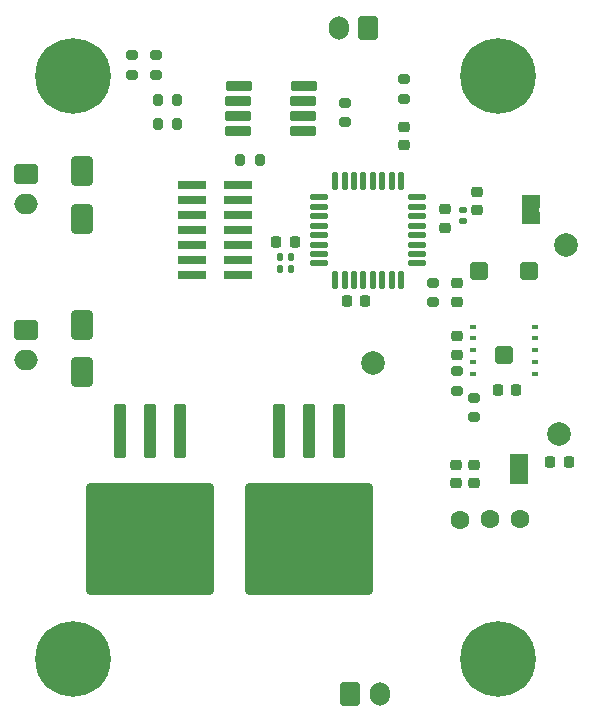
<source format=gbr>
%TF.GenerationSoftware,KiCad,Pcbnew,9.0.4*%
%TF.CreationDate,2025-11-05T17:51:59+01:00*%
%TF.ProjectId,FliperKAd,466c6970-6572-44b4-9164-2e6b69636164,rev?*%
%TF.SameCoordinates,Original*%
%TF.FileFunction,Soldermask,Top*%
%TF.FilePolarity,Negative*%
%FSLAX46Y46*%
G04 Gerber Fmt 4.6, Leading zero omitted, Abs format (unit mm)*
G04 Created by KiCad (PCBNEW 9.0.4) date 2025-11-05 17:51:59*
%MOMM*%
%LPD*%
G01*
G04 APERTURE LIST*
G04 Aperture macros list*
%AMRoundRect*
0 Rectangle with rounded corners*
0 $1 Rounding radius*
0 $2 $3 $4 $5 $6 $7 $8 $9 X,Y pos of 4 corners*
0 Add a 4 corners polygon primitive as box body*
4,1,4,$2,$3,$4,$5,$6,$7,$8,$9,$2,$3,0*
0 Add four circle primitives for the rounded corners*
1,1,$1+$1,$2,$3*
1,1,$1+$1,$4,$5*
1,1,$1+$1,$6,$7*
1,1,$1+$1,$8,$9*
0 Add four rect primitives between the rounded corners*
20,1,$1+$1,$2,$3,$4,$5,0*
20,1,$1+$1,$4,$5,$6,$7,0*
20,1,$1+$1,$6,$7,$8,$9,0*
20,1,$1+$1,$8,$9,$2,$3,0*%
%AMFreePoly0*
4,1,6,1.000000,0.000000,0.500000,-0.750000,-0.500000,-0.750000,-0.500000,0.750000,0.500000,0.750000,1.000000,0.000000,1.000000,0.000000,$1*%
%AMFreePoly1*
4,1,6,0.500000,-0.750000,-0.650000,-0.750000,-0.150000,0.000000,-0.650000,0.750000,0.500000,0.750000,0.500000,-0.750000,0.500000,-0.750000,$1*%
G04 Aperture macros list end*
%ADD10RoundRect,0.250000X-0.300000X2.050000X-0.300000X-2.050000X0.300000X-2.050000X0.300000X2.050000X0*%
%ADD11RoundRect,0.250002X-5.149998X4.449998X-5.149998X-4.449998X5.149998X-4.449998X5.149998X4.449998X0*%
%ADD12RoundRect,0.200000X0.275000X-0.200000X0.275000X0.200000X-0.275000X0.200000X-0.275000X-0.200000X0*%
%ADD13RoundRect,0.225000X-0.250000X0.225000X-0.250000X-0.225000X0.250000X-0.225000X0.250000X0.225000X0*%
%ADD14RoundRect,0.140000X-0.140000X-0.170000X0.140000X-0.170000X0.140000X0.170000X-0.140000X0.170000X0*%
%ADD15C,0.800000*%
%ADD16C,6.400000*%
%ADD17RoundRect,0.225000X0.250000X-0.225000X0.250000X0.225000X-0.250000X0.225000X-0.250000X-0.225000X0*%
%ADD18RoundRect,0.250000X-0.600000X-0.750000X0.600000X-0.750000X0.600000X0.750000X-0.600000X0.750000X0*%
%ADD19O,1.700000X2.000000*%
%ADD20RoundRect,0.218750X-0.256250X0.218750X-0.256250X-0.218750X0.256250X-0.218750X0.256250X0.218750X0*%
%ADD21RoundRect,0.225000X-0.225000X-0.250000X0.225000X-0.250000X0.225000X0.250000X-0.225000X0.250000X0*%
%ADD22RoundRect,0.200000X-0.275000X0.200000X-0.275000X-0.200000X0.275000X-0.200000X0.275000X0.200000X0*%
%ADD23C,2.000000*%
%ADD24RoundRect,0.250000X-0.750000X0.600000X-0.750000X-0.600000X0.750000X-0.600000X0.750000X0.600000X0*%
%ADD25O,2.000000X1.700000*%
%ADD26RoundRect,0.250000X-0.650000X1.000000X-0.650000X-1.000000X0.650000X-1.000000X0.650000X1.000000X0*%
%ADD27FreePoly0,90.000000*%
%ADD28FreePoly1,90.000000*%
%ADD29RoundRect,0.200000X0.200000X0.275000X-0.200000X0.275000X-0.200000X-0.275000X0.200000X-0.275000X0*%
%ADD30RoundRect,0.140000X-0.170000X0.140000X-0.170000X-0.140000X0.170000X-0.140000X0.170000X0.140000X0*%
%ADD31RoundRect,0.218750X0.256250X-0.218750X0.256250X0.218750X-0.256250X0.218750X-0.256250X-0.218750X0*%
%ADD32R,2.400000X0.740000*%
%ADD33RoundRect,0.800000X0.000010X0.000010X-0.000010X0.000010X-0.000010X-0.000010X0.000010X-0.000010X0*%
%ADD34RoundRect,0.125000X0.125000X-0.625000X0.125000X0.625000X-0.125000X0.625000X-0.125000X-0.625000X0*%
%ADD35RoundRect,0.125000X0.625000X-0.125000X0.625000X0.125000X-0.625000X0.125000X-0.625000X-0.125000X0*%
%ADD36RoundRect,0.117000X1.023000X-0.273000X1.023000X0.273000X-1.023000X0.273000X-1.023000X-0.273000X0*%
%ADD37RoundRect,0.200000X-0.200000X-0.275000X0.200000X-0.275000X0.200000X0.275000X-0.200000X0.275000X0*%
%ADD38RoundRect,0.250000X0.600000X0.750000X-0.600000X0.750000X-0.600000X-0.750000X0.600000X-0.750000X0*%
%ADD39RoundRect,0.060000X0.190000X-0.140000X0.190000X0.140000X-0.190000X0.140000X-0.190000X-0.140000X0*%
%ADD40RoundRect,0.225000X0.525000X-0.525000X0.525000X0.525000X-0.525000X0.525000X-0.525000X-0.525000X0*%
%ADD41RoundRect,0.225000X0.225000X0.250000X-0.225000X0.250000X-0.225000X-0.250000X0.225000X-0.250000X0*%
G04 APERTURE END LIST*
%TO.C,JP2*%
G36*
X222050000Y-101425000D02*
G01*
X223550000Y-101425000D01*
X223550000Y-98975000D01*
X222050000Y-98975000D01*
X222050000Y-101425000D01*
G37*
%TO.C,JP1*%
G36*
X223000000Y-79475000D02*
G01*
X224500000Y-79475000D01*
X224500000Y-77025000D01*
X223000000Y-77025000D01*
X223000000Y-79475000D01*
G37*
%TD*%
D10*
%TO.C,Q2*%
X207540000Y-97000000D03*
X205000000Y-97000000D03*
D11*
X205000000Y-106150000D03*
D10*
X202460000Y-97000000D03*
%TD*%
%TO.C,Q1*%
X194080000Y-97000000D03*
X191540000Y-97000000D03*
D11*
X191540000Y-106150000D03*
D10*
X189000000Y-97000000D03*
%TD*%
D12*
%TO.C,R8*%
X208000000Y-70825000D03*
X208000000Y-69175000D03*
%TD*%
D13*
%TO.C,C2*%
X217500000Y-88975000D03*
X217500000Y-90525000D03*
%TD*%
%TO.C,C6*%
X216500000Y-78225000D03*
X216500000Y-79775000D03*
%TD*%
D14*
%TO.C,C10*%
X202520000Y-83250000D03*
X203480000Y-83250000D03*
%TD*%
D15*
%TO.C,H1*%
X182600000Y-66900000D03*
X183302944Y-65202944D03*
X183302944Y-68597056D03*
X185000000Y-64500000D03*
D16*
X185000000Y-66900000D03*
D15*
X185000000Y-69300000D03*
X186697056Y-65202944D03*
X186697056Y-68597056D03*
X187400000Y-66900000D03*
%TD*%
D13*
%TO.C,C4*%
X217500000Y-84475000D03*
X217500000Y-86025000D03*
%TD*%
D17*
%TO.C,C12*%
X219000000Y-101375000D03*
X219000000Y-99825000D03*
%TD*%
D18*
%TO.C,J5*%
X208500000Y-119250000D03*
D19*
X211000000Y-119250000D03*
%TD*%
D12*
%TO.C,R1*%
X213000000Y-68862500D03*
X213000000Y-67212500D03*
%TD*%
D20*
%TO.C,D1*%
X213000000Y-71212500D03*
X213000000Y-72787500D03*
%TD*%
D21*
%TO.C,C3*%
X221000000Y-93500000D03*
X222550000Y-93500000D03*
%TD*%
D22*
%TO.C,R3*%
X217500000Y-91925000D03*
X217500000Y-93575000D03*
%TD*%
D23*
%TO.C,TP2*%
X226770000Y-81260000D03*
%TD*%
D15*
%TO.C,H2*%
X218600000Y-66900000D03*
X219302944Y-65202944D03*
X219302944Y-68597056D03*
X221000000Y-64500000D03*
D16*
X221000000Y-66900000D03*
D15*
X221000000Y-69300000D03*
X222697056Y-65202944D03*
X222697056Y-68597056D03*
X223400000Y-66900000D03*
%TD*%
D24*
%TO.C,J3*%
X181025000Y-75250000D03*
D25*
X181025000Y-77750000D03*
%TD*%
D26*
%TO.C,D3*%
X185800000Y-88000000D03*
X185800000Y-92000000D03*
%TD*%
D27*
%TO.C,JP2*%
X222800000Y-100925000D03*
D28*
X222800000Y-99475000D03*
%TD*%
D27*
%TO.C,JP1*%
X223750000Y-78975000D03*
D28*
X223750000Y-77525000D03*
%TD*%
D17*
%TO.C,C5*%
X217400000Y-101375000D03*
X217400000Y-99825000D03*
%TD*%
D29*
%TO.C,R7*%
X200825000Y-74000000D03*
X199175000Y-74000000D03*
%TD*%
D30*
%TO.C,C8*%
X218000000Y-78250000D03*
X218000000Y-79210000D03*
%TD*%
D31*
%TO.C,L2*%
X219250000Y-78287500D03*
X219250000Y-76712500D03*
%TD*%
D15*
%TO.C,H3*%
X218600000Y-116250000D03*
X219302944Y-114552944D03*
X219302944Y-117947056D03*
X221000000Y-113850000D03*
D16*
X221000000Y-116250000D03*
D15*
X221000000Y-118650000D03*
X222697056Y-114552944D03*
X222697056Y-117947056D03*
X223400000Y-116250000D03*
%TD*%
D12*
%TO.C,R12*%
X190000000Y-66825000D03*
X190000000Y-65175000D03*
%TD*%
D23*
%TO.C,TP3*%
X226200000Y-97200000D03*
%TD*%
D21*
%TO.C,C1*%
X225425000Y-99600000D03*
X226975000Y-99600000D03*
%TD*%
D32*
%TO.C,J2*%
X195050000Y-76190000D03*
X198950000Y-76190000D03*
X195050000Y-77460000D03*
X198950000Y-77460000D03*
X195050000Y-78730000D03*
X198950000Y-78730000D03*
X195050000Y-80000000D03*
X198950000Y-80000000D03*
X195050000Y-81270000D03*
X198950000Y-81270000D03*
X195050000Y-82540000D03*
X198950000Y-82540000D03*
X195050000Y-83810000D03*
X198950000Y-83810000D03*
%TD*%
D33*
%TO.C,U5*%
X217750000Y-104480000D03*
X220295000Y-104470000D03*
X222850000Y-104470000D03*
%TD*%
D15*
%TO.C,H4*%
X182600000Y-116250000D03*
X183302944Y-114552944D03*
X183302944Y-117947056D03*
X185000000Y-113850000D03*
D16*
X185000000Y-116250000D03*
D15*
X185000000Y-118650000D03*
X186697056Y-114552944D03*
X186697056Y-117947056D03*
X187400000Y-116250000D03*
%TD*%
D34*
%TO.C,U1*%
X207200000Y-84175000D03*
X208000000Y-84175000D03*
X208800000Y-84175000D03*
X209600000Y-84175000D03*
X210400000Y-84175000D03*
X211200000Y-84175000D03*
X212000000Y-84175000D03*
X212800000Y-84175000D03*
D35*
X214175000Y-82800000D03*
X214175000Y-82000000D03*
X214175000Y-81200000D03*
X214175000Y-80400000D03*
X214175000Y-79600000D03*
X214175000Y-78800000D03*
X214175000Y-78000000D03*
X214175000Y-77200000D03*
D34*
X212800000Y-75825000D03*
X212000000Y-75825000D03*
X211200000Y-75825000D03*
X210400000Y-75825000D03*
X209600000Y-75825000D03*
X208800000Y-75825000D03*
X208000000Y-75825000D03*
X207200000Y-75825000D03*
D35*
X205825000Y-77200000D03*
X205825000Y-78000000D03*
X205825000Y-78800000D03*
X205825000Y-79600000D03*
X205825000Y-80400000D03*
X205825000Y-81200000D03*
X205825000Y-82000000D03*
X205825000Y-82800000D03*
%TD*%
D21*
%TO.C,C7*%
X202225000Y-81000000D03*
X203775000Y-81000000D03*
%TD*%
D14*
%TO.C,C9*%
X202520000Y-82250000D03*
X203480000Y-82250000D03*
%TD*%
D36*
%TO.C,U4*%
X204490000Y-71620000D03*
X204500000Y-70350000D03*
X204520000Y-69080000D03*
X204530000Y-67810000D03*
X199030000Y-67810000D03*
X199020000Y-69080000D03*
X199000000Y-70350000D03*
X198990000Y-71620000D03*
%TD*%
D37*
%TO.C,R10*%
X192175000Y-71000000D03*
X193825000Y-71000000D03*
%TD*%
D38*
%TO.C,J1*%
X210000000Y-62900000D03*
D19*
X207500000Y-62900000D03*
%TD*%
D24*
%TO.C,J4*%
X181025000Y-88450000D03*
D25*
X181025000Y-90950000D03*
%TD*%
D22*
%TO.C,R5*%
X219000000Y-94175000D03*
X219000000Y-95825000D03*
%TD*%
D39*
%TO.C,U3*%
X218900000Y-92150000D03*
X218900000Y-91150000D03*
X218900000Y-90150000D03*
X218900000Y-89150000D03*
X218900000Y-88150000D03*
D40*
X219400000Y-83400000D03*
X223600000Y-83400000D03*
D39*
X224100000Y-88150000D03*
X224100000Y-89150000D03*
X224100000Y-90150000D03*
X224100000Y-91150000D03*
X224100000Y-92150000D03*
D40*
X221500000Y-90550000D03*
%TD*%
D26*
%TO.C,D2*%
X185800000Y-75000000D03*
X185800000Y-79000000D03*
%TD*%
D23*
%TO.C,TP1*%
X210400000Y-91200000D03*
%TD*%
D12*
%TO.C,R9*%
X192000000Y-66825000D03*
X192000000Y-65175000D03*
%TD*%
D22*
%TO.C,R4*%
X215500000Y-84425000D03*
X215500000Y-86075000D03*
%TD*%
D41*
%TO.C,C11*%
X209775000Y-86000000D03*
X208225000Y-86000000D03*
%TD*%
D37*
%TO.C,R11*%
X192175000Y-69000000D03*
X193825000Y-69000000D03*
%TD*%
M02*

</source>
